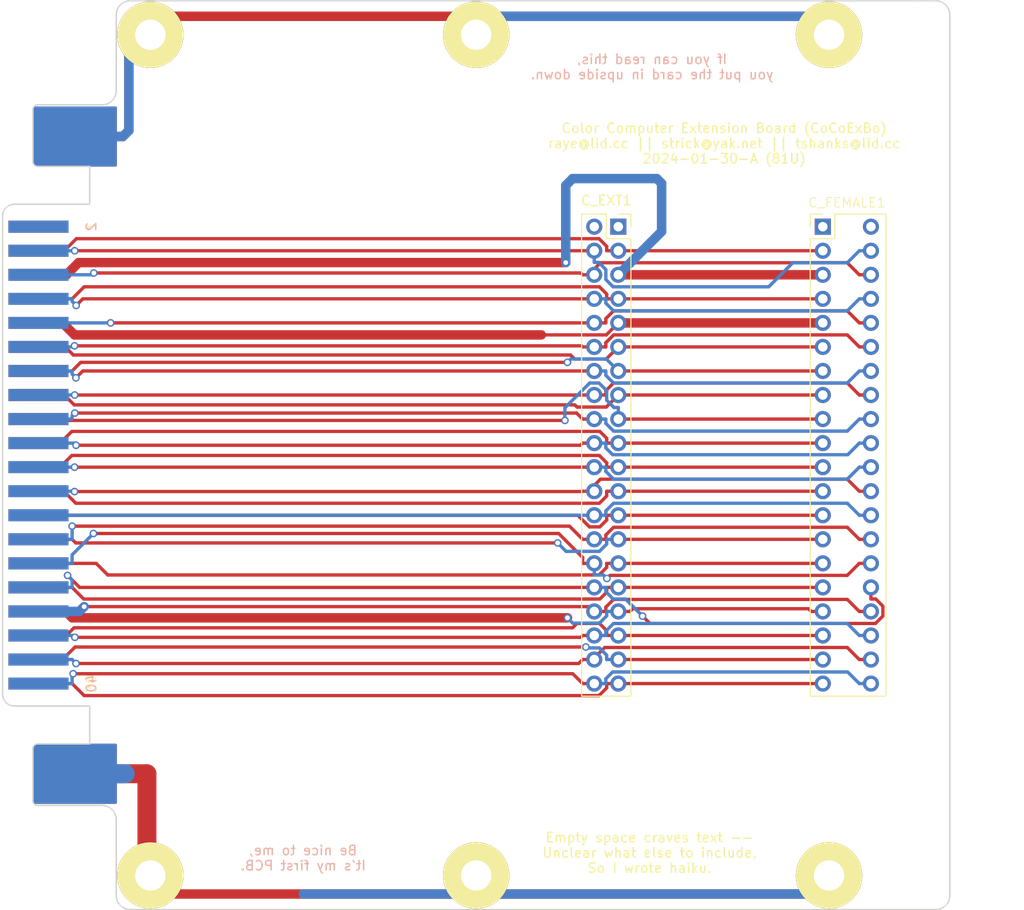
<source format=kicad_pcb>
(kicad_pcb (version 20221018) (generator pcbnew)
  (layers (0 "F.Cu" signal) (31 "B.Cu" signal) (34 "B.Paste" user) (35 "F.Paste" user) (36 "B.SilkS" user "B.Silkscreen") (37 "F.SilkS" user "F.Silkscreen") (38 "B.Mask" user) (39 "F.Mask" user) (44 "Edge.Cuts" user))
  (net 0 "")
  (net 3 "/a3")
  (net 4 "/a5")
  (net 5 "/a7")
  (net 6 "/a9")
  (net 7 "/a11")
  (net 8 "/a13")
  (net 9 "/a15")
  (net 10 "/a17")
  (net 11 "/a19")
  (net 12 "/a21")
  (net 13 "/a23")
  (net 14 "/a25")
  (net 15 "/a27")
  (net 16 "/a29")
  (net 17 "/a31")
  (net 18 "/a33")
  (net 19 "/a35")
  (net 20 "/a37")
  (net 21 "/a39")
  (net 22 "/a4")
  (net 23 "/a6")
  (net 24 "/a8")
  (net 25 "/a10")
  (net 26 "/a12")
  (net 27 "/a14")
  (net 28 "/a16")
  (net 29 "/a18")
  (net 30 "/a20")
  (net 31 "/a22")
  (net 32 "/a24")
  (net 33 "/a26")
  (net 34 "/a28")
  (net 35 "/a30")
  (net 36 "/a32")
  (net 37 "/a34")
  (net 38 "/a36")
  (net 39 "/a38")
  (net 40 "/a40")
  (net 41 "GND")
  (footprint "Connect:1pin" (layer "F.Cu") (at 140.356 110.948)
    (fp_text reference "GND6" hide)
    (fp_text value "1pin" hide)
  )
  (footprint "Connect:1pin" (layer "F.Cu") (at 140.356 22.148)
    (fp_text reference "GND3" hide)
    (fp_text value "1pin" hide)
  )
  (footprint "Connector_PinSocket_2.54mm:PinSocket_2x20_P2.54mm_Vertical" (layer "F.Cu") (at 118.11 42.418)
    (fp_text reference "C_EXT1")
    (fp_text value "Conn_02x20_Odd_Even")
  )
  (footprint "Connect:1pin" (layer "F.Cu") (at 68.706 22.148)
    (fp_text reference "GND1" hide)
    (fp_text value "1pin" hide)
  )
  (footprint "00_Custom:CocoCardEdge" (layer "F.Cu") (at 53.086 66.548)
    (fp_text reference "CMALE1" hide)
    (fp_text value "Conn_02x20_Odd_Even" hide)
  )
  (footprint "Connect:1pin" (layer "F.Cu") (at 68.706 110.948)
    (fp_text reference "GND4" hide)
    (fp_text value "1pin" hide)
  )
  (footprint "Connect:1pin" (layer "F.Cu") (at 103.106 110.948)
    (fp_text reference "GND5" hide)
    (fp_text value "1pin" hide)
  )
  (footprint "Connect:1pin" (layer "F.Cu") (at 103.106 22.148)
    (fp_text reference "GND2" hide)
    (fp_text value "1pin" hide)
  )
  (footprint "00_Custom:Coco_Card_Female" (layer "F.Cu") (at 139.7 62.738)
    (fp_text reference "C_FEMALE1")
    (fp_text value "Conn_02x20_Odd_Even")
  )
  (gr_line (start 55.106 93.048) (end 62.306 93.048) (stroke (width 0.15)) (layer "Edge.Cuts"))
  (gr_arc (start 56.806 36.048) (mid 56.452447 35.901553) (end 56.306 35.548) (stroke (width 0.15)) (layer "Edge.Cuts"))
  (gr_arc (start 53.106 41.298) (mid 53.472117 40.414117) (end 54.356 40.048) (stroke (width 0.15)) (layer "Edge.Cuts"))
  (gr_line (start 62.306 40.048) (end 62.306 36.048) (stroke (width 0.15)) (layer "Edge.Cuts"))
  (gr_line (start 54.356 93.048) (end 55.106 93.048) (stroke (width 0.15)) (layer "Edge.Cuts"))
  (gr_line (start 56.806 36.048) (end 62.306 36.048) (stroke (width 0.15)) (layer "Edge.Cuts"))
  (gr_line (start 153.106 113.048) (end 153.106 20.048) (stroke (width 0.15)) (layer "Edge.Cuts"))
  (gr_line (start 53.106 91.798) (end 53.106 91.548) (stroke (width 0.15)) (layer "Edge.Cuts"))
  (gr_arc (start 54.356 93.048) (mid 53.472117 92.681883) (end 53.106 91.798) (stroke (width 0.15)) (layer "Edge.Cuts"))
  (gr_arc (start 65.106 28.048) (mid 64.66666 29.10866) (end 63.606 29.548) (stroke (width 0.15)) (layer "Edge.Cuts"))
  (gr_arc (start 56.806 103.548) (mid 56.452447 103.401553) (end 56.306 103.048) (stroke (width 0.15)) (layer "Edge.Cuts"))
  (gr_line (start 56.806 97.048) (end 62.306 97.048) (stroke (width 0.15)) (layer "Edge.Cuts"))
  (gr_line (start 54.356 40.048) (end 55.106 40.048) (stroke (width 0.15)) (layer "Edge.Cuts"))
  (gr_arc (start 153.106 113.048) (mid 152.66666 114.10866) (end 151.606 114.548) (stroke (width 0.15)) (layer "Edge.Cuts"))
  (gr_line (start 56.806 103.548) (end 63.606 103.548) (stroke (width 0.15)) (layer "Edge.Cuts"))
  (gr_line (start 56.806 29.548) (end 63.606 29.548) (stroke (width 0.15)) (layer "Edge.Cuts"))
  (gr_line (start 149.606 114.548) (end 151.606 114.548) (stroke (width 0.15)) (layer "Edge.Cuts"))
  (gr_line (start 53.106 41.548) (end 53.106 91.548) (stroke (width 0.15)) (layer "Edge.Cuts"))
  (gr_line (start 65.106 105.048) (end 65.106 113.048) (stroke (width 0.15)) (layer "Edge.Cuts"))
  (gr_arc (start 66.606 114.548) (mid 65.54534 114.10866) (end 65.106 113.048) (stroke (width 0.15)) (layer "Edge.Cuts"))
  (gr_line (start 65.106 20.048) (end 65.106 28.048) (stroke (width 0.15)) (layer "Edge.Cuts"))
  (gr_line (start 62.306 93.048) (end 62.306 97.048) (stroke (width 0.15)) (layer "Edge.Cuts"))
  (gr_line (start 55.106 40.048) (end 62.306 40.048) (stroke (width 0.15)) (layer "Edge.Cuts"))
  (gr_arc (start 63.606 103.548) (mid 64.66666 103.98734) (end 65.106 105.048) (stroke (width 0.15)) (layer "Edge.Cuts"))
  (gr_arc (start 65.106 20.048) (mid 65.54534 18.98734) (end 66.606 18.548) (stroke (width 0.15)) (layer "Edge.Cuts"))
  (gr_line (start 66.606 114.548) (end 149.606 114.548) (stroke (width 0.15)) (layer "Edge.Cuts"))
  (gr_arc (start 151.606 18.548) (mid 152.66666 18.98734) (end 153.106 20.048) (stroke (width 0.15)) (layer "Edge.Cuts"))
  (gr_line (start 56.306 30.048) (end 56.306 35.548) (stroke (width 0.15)) (layer "Edge.Cuts"))
  (gr_arc (start 56.306 97.548) (mid 56.452447 97.194447) (end 56.806 97.048) (stroke (width 0.15)) (layer "Edge.Cuts"))
  (gr_line (start 151.606 18.548) (end 149.606 18.548) (stroke (width 0.15)) (layer "Edge.Cuts"))
  (gr_line (start 149.606 18.548) (end 66.606 18.548) (stroke (width 0.15)) (layer "Edge.Cuts"))
  (gr_line (start 56.306 97.548) (end 56.306 103.048) (stroke (width 0.15)) (layer "Edge.Cuts"))
  (gr_line (start 53.106 41.298) (end 53.106 41.548) (stroke (width 0.15)) (layer "Edge.Cuts"))
  (gr_arc (start 56.306 30.048) (mid 56.452447 29.694447) (end 56.806 29.548) (stroke (width 0.15)) (layer "Edge.Cuts"))
  (gr_text "If you can read this,\nyou put the card in upside down." (at 121.666 26.924) (layer "B.SilkS") (effects (font (size 1 1)) (justify bottom mirror)))
  (gr_text "Be nice to me,\nIt's my first PCB." (at 84.836 110.49) (layer "B.SilkS") (effects (font (size 1 1)) (justify bottom mirror)))
  (gr_text "Empty space craves text --\nUnclear what else to include,\nSo I wrote haiku." (at 121.412 110.744) (layer "F.SilkS") (effects (font (size 1 1)) (justify bottom)))
  (gr_text "Color Computer Extension Board (CoCoExBo)\nraye@lid.cc || strick@yak.net || tshanks@lid.cc\n2024-01-30-A (81U)" (at 129.286 35.814) (layer "F.SilkS") (effects (font (size 1 1)) (justify bottom)))
  (segment (start 116.8831 44.4979) (end 116.0732 43.688) (width 0.35) (layer "F.Cu") (net 3))
  (segment (start 116.8831 44.958) (end 116.8831 44.4979) (width 0.35) (layer "F.Cu") (net 3))
  (segment (start 139.7 44.958) (end 118.11 44.958) (width 0.35) (layer "F.Cu") (net 3))
  (segment (start 116.0732 43.688) (end 60.895984 43.688) (width 0.35) (layer "F.Cu") (net 3))
  (segment (start 118.11 44.958) (end 116.8831 44.958) (width 0.35) (layer "F.Cu") (net 3))
  (segment (start 59.625984 44.958) (end 56.896 44.958) (width 0.35) (layer "F.Cu") (net 3))
  (segment (start 60.895984 43.688) (end 59.625984 44.958) (width 0.35) (layer "F.Cu") (net 3))
  (segment (start 61.1403 46.208) (end 59.8503 47.498) (width 1) (layer "F.Cu") (net 4))
  (segment (start 118.11 47.498) (end 139.7 47.498) (width 1) (layer "F.Cu") (net 4))
  (segment (start 112.5612 46.208) (end 61.1403 46.208) (width 1) (layer "F.Cu") (net 4))
  (segment (start 59.8503 47.498) (end 56.896 47.498) (width 1) (layer "F.Cu") (net 4))
  (via (at 112.5612 46.208) (size 0.8) (drill 0.5) (layers "F.Cu" "B.Cu") (net 4))
  (segment (start 112.5612 46.208) (end 112.5612 38.0608) (width 1) (layer "B.Cu") (net 4))
  (segment (start 122.174 37.338) (end 122.682 37.846) (width 1) (layer "B.Cu") (net 4))
  (segment (start 112.5612 38.0608) (end 113.284 37.338) (width 1) (layer "B.Cu") (net 4))
  (segment (start 113.284 37.338) (end 122.174 37.338) (width 1) (layer "B.Cu") (net 4))
  (segment (start 122.682 37.846) (end 122.682 42.926) (width 1) (layer "B.Cu") (net 4))
  (segment (start 122.682 42.926) (end 118.11 47.498) (width 1) (layer "B.Cu") (net 4))
  (segment (start 116.1215 48.768) (end 116.8831 49.5296) (width 0.35) (layer "F.Cu") (net 5))
  (segment (start 116.8831 49.5296) (end 116.8831 50.038) (width 0.35) (layer "F.Cu") (net 5))
  (segment (start 61.7179 48.768) (end 116.1215 48.768) (width 0.35) (layer "F.Cu") (net 5))
  (segment (start 118.11 50.038) (end 116.8831 50.038) (width 0.35) (layer "F.Cu") (net 5))
  (segment (start 56.896 50.038) (end 60.4479 50.038) (width 0.35) (layer "F.Cu") (net 5))
  (segment (start 139.7 50.038) (end 118.11 50.038) (width 0.35) (layer "F.Cu") (net 5))
  (segment (start 60.4479 50.038) (end 61.7179 48.768) (width 0.35) (layer "F.Cu") (net 5))
  (segment (start 59.436 52.578) (end 56.896 52.578) (width 0.35) (layer "F.Cu") (net 6))
  (segment (start 110.072 53.848) (end 116.84 53.848) (width 0.35) (layer "F.Cu") (net 6))
  (segment (start 109.982 53.848) (end 60.706 53.848) (width 1) (layer "F.Cu") (net 6))
  (segment (start 118.11 52.578) (end 139.7 52.578) (width 1) (layer "F.Cu") (net 6))
  (segment (start 60.706 53.848) (end 59.436 52.578) (width 1) (layer "F.Cu") (net 6))
  (segment (start 110.027 53.803) (end 110.072 53.848) (width 0.35) (layer "F.Cu") (net 6))
  (segment (start 116.84 53.848) (end 118.11 52.578) (width 0.35) (layer "F.Cu") (net 6))
  (segment (start 113.4827 56.388) (end 113.0633 55.9686) (width 0.35) (layer "F.Cu") (net 7))
  (segment (start 118.11 55.118) (end 116.84 56.388) (width 0.35) (layer "F.Cu") (net 7))
  (segment (start 116.84 56.388) (end 113.4827 56.388) (width 0.35) (layer "F.Cu") (net 7))
  (segment (start 60.572984 55.9686) (end 59.722384 55.118) (width 0.35) (layer "F.Cu") (net 7))
  (segment (start 118.11 55.118) (end 139.7 55.118) (width 0.35) (layer "F.Cu") (net 7))
  (segment (start 59.722384 55.118) (end 56.896 55.118) (width 0.35) (layer "F.Cu") (net 7))
  (segment (start 113.0633 55.9686) (end 60.572984 55.9686) (width 0.35) (layer "F.Cu") (net 7))
  (segment (start 112.7415 56.7455) (end 61.3604 56.7455) (width 0.35) (layer "F.Cu") (net 8))
  (segment (start 139.7 57.658) (end 118.11 57.658) (width 0.35) (layer "F.Cu") (net 8))
  (segment (start 61.3604 56.7455) (end 60.4479 57.658) (width 0.35) (layer "F.Cu") (net 8))
  (segment (start 56.896 57.658) (end 60.4479 57.658) (width 0.35) (layer "F.Cu") (net 8))
  (via (at 112.7415 56.7455) (size 0.8) (drill 0.5) (layers "F.Cu" "B.Cu") (net 8))
  (segment (start 118.11 57.658) (end 116.84 56.388) (width 0.35) (layer "B.Cu") (net 8))
  (segment (start 113.099 56.388) (end 112.7415 56.7455) (width 0.35) (layer "B.Cu") (net 8))
  (segment (start 116.84 56.388) (end 113.099 56.388) (width 0.35) (layer "B.Cu") (net 8))
  (segment (start 118.11 60.198) (end 116.84 61.468) (width 0.35) (layer "F.Cu") (net 9))
  (segment (start 59.69 60.262016) (end 59.69 60.198) (width 0.35) (layer "F.Cu") (net 9))
  (segment (start 60.667584 61.2396) (end 59.69 60.262016) (width 0.35) (layer "F.Cu") (net 9))
  (segment (start 116.84 61.468) (end 113.7531 61.468) (width 0.35) (layer "F.Cu") (net 9))
  (segment (start 113.7531 61.468) (end 113.5247 61.2396) (width 0.35) (layer "F.Cu") (net 9))
  (segment (start 118.11 60.198) (end 139.7 60.198) (width 0.35) (layer "F.Cu") (net 9))
  (segment (start 113.5247 61.2396) (end 60.667584 61.2396) (width 0.35) (layer "F.Cu") (net 9))
  (segment (start 57.0379 62.8799) (end 112.4723 62.8799) (width 0.35) (layer "F.Cu") (net 10))
  (segment (start 139.7 62.738) (end 118.11 62.738) (width 0.35) (layer "F.Cu") (net 10))
  (segment (start 56.896 62.738) (end 57.0379 62.8799) (width 0.35) (layer "F.Cu") (net 10))
  (via (at 112.4723 62.8799) (size 0.8) (drill 0.5) (layers "F.Cu" "B.Cu") (net 10))
  (segment (start 116.8831 59.7393) (end 116.0718 58.928) (width 0.35) (layer "B.Cu") (net 10))
  (segment (start 116.0718 58.928) (end 115.0908 58.928) (width 0.35) (layer "B.Cu") (net 10))
  (segment (start 117.6498 61.5111) (end 116.8831 60.7444) (width 0.35) (layer "B.Cu") (net 10))
  (segment (start 116.8831 60.7444) (end 116.8831 59.7393) (width 0.35) (layer "B.Cu") (net 10))
  (segment (start 112.4723 61.5465) (end 112.4723 62.8799) (width 0.35) (layer "B.Cu") (net 10))
  (segment (start 118.11 62.738) (end 118.11 61.5111) (width 0.35) (layer "B.Cu") (net 10))
  (segment (start 115.0908 58.928) (end 112.4723 61.5465) (width 0.35) (layer "B.Cu") (net 10))
  (segment (start 118.11 61.5111) (end 117.6498 61.5111) (width 0.35) (layer "B.Cu") (net 10))
  (segment (start 56.896 65.278) (end 59.182 65.278) (width 0.35) (layer "F.Cu") (net 11))
  (segment (start 60.4221 64.0379) (end 116.1514 64.0379) (width 0.35) (layer "F.Cu") (net 11))
  (segment (start 116.1514 64.0379) (end 116.8831 64.7696) (width 0.35) (layer "F.Cu") (net 11))
  (segment (start 59.182 65.278) (end 60.4221 64.0379) (width 0.35) (layer "F.Cu") (net 11))
  (segment (start 116.8831 65.278) (end 118.11 65.278) (width 0.35) (layer "F.Cu") (net 11))
  (segment (start 139.7 65.278) (end 118.11 65.278) (width 0.35) (layer "F.Cu") (net 11))
  (segment (start 116.8831 64.7696) (end 116.8831 65.278) (width 0.35) (layer "F.Cu") (net 11))
  (segment (start 118.11 67.818) (end 116.8831 67.818) (width 0.35) (layer "F.Cu") (net 12))
  (segment (start 116.8831 67.818) (end 116.8831 67.3579) (width 0.35) (layer "F.Cu") (net 12))
  (segment (start 116.8831 67.3579) (end 116.1022 66.577) (width 0.35) (layer "F.Cu") (net 12))
  (segment (start 139.7 67.818) (end 118.11 67.818) (width 0.35) (layer "F.Cu") (net 12))
  (segment (start 60.423 66.577) (end 59.182 67.818) (width 0.35) (layer "F.Cu") (net 12))
  (segment (start 59.182 67.818) (end 56.896 67.818) (width 0.35) (layer "F.Cu") (net 12))
  (segment (start 116.1022 66.577) (end 60.423 66.577) (width 0.35) (layer "F.Cu") (net 12))
  (segment (start 116.8831 70.358) (end 118.11 70.358) (width 0.35) (layer "F.Cu") (net 13))
  (segment (start 59.69 70.358) (end 59.69 70.479216) (width 0.35) (layer "F.Cu") (net 13))
  (segment (start 60.838784 71.628) (end 116.1215 71.628) (width 0.35) (layer "F.Cu") (net 13))
  (segment (start 116.8831 70.8664) (end 116.8831 70.358) (width 0.35) (layer "F.Cu") (net 13))
  (segment (start 139.7 70.358) (end 118.11 70.358) (width 0.35) (layer "F.Cu") (net 13))
  (segment (start 59.69 70.479216) (end 60.838784 71.628) (width 0.35) (layer "F.Cu") (net 13))
  (segment (start 116.1215 71.628) (end 116.8831 70.8664) (width 0.35) (layer "F.Cu") (net 13))
  (segment (start 139.7 72.898) (end 118.11 72.898) (width 0.35) (layer "F.Cu") (net 14))
  (segment (start 113.8349 72.898) (end 115.0618 74.1249) (width 0.35) (layer "F.Cu") (net 14))
  (segment (start 116.1646 74.1249) (end 116.8831 73.4064) (width 0.35) (layer "F.Cu") (net 14))
  (segment (start 115.0618 74.1249) (end 116.1646 74.1249) (width 0.35) (layer "F.Cu") (net 14))
  (segment (start 56.896 72.898) (end 113.8349 72.898) (width 0.35) (layer "F.Cu") (net 14))
  (segment (start 116.8831 73.4064) (end 116.8831 72.898) (width 0.35) (layer "F.Cu") (net 14))
  (segment (start 118.11 72.898) (end 116.8831 72.898) (width 0.35) (layer "F.Cu") (net 14))
  (segment (start 60.8328 75.8229) (end 111.7105 75.8229) (width 0.35) (layer "F.Cu") (net 15))
  (segment (start 60.4479 75.438) (end 60.8328 75.8229) (width 0.35) (layer "F.Cu") (net 15))
  (segment (start 118.11 75.438) (end 139.7 75.438) (width 0.35) (layer "F.Cu") (net 15))
  (segment (start 56.896 75.438) (end 60.4479 75.438) (width 0.35) (layer "F.Cu") (net 15))
  (via (at 111.7105 75.8229) (size 0.8) (drill 0.5) (layers "F.Cu" "B.Cu") (net 15))
  (segment (start 116.8831 75.9464) (end 116.8831 75.438) (width 0.35) (layer "B.Cu") (net 15))
  (segment (start 116.1215 76.708) (end 116.8831 75.9464) (width 0.35) (layer "B.Cu") (net 15))
  (segment (start 118.11 75.438) (end 116.8831 75.438) (width 0.35) (layer "B.Cu") (net 15))
  (segment (start 112.5956 76.708) (end 116.1215 76.708) (width 0.35) (layer "B.Cu") (net 15))
  (segment (start 111.7105 75.8229) (end 112.5956 76.708) (width 0.35) (layer "B.Cu") (net 15))
  (segment (start 118.11 77.978) (end 116.8831 77.978) (width 0.35) (layer "F.Cu") (net 16))
  (segment (start 116.8831 78.4) (end 116.8831 77.978) (width 0.35) (layer "F.Cu") (net 16))
  (segment (start 56.896 77.978) (end 62.9879 77.978) (width 0.35) (layer "F.Cu") (net 16))
  (segment (start 139.7 77.978) (end 118.11 77.978) (width 0.35) (layer "F.Cu") (net 16))
  (segment (start 64.2148 79.2049) (end 116.0782 79.2049) (width 0.35) (layer "F.Cu") (net 16))
  (segment (start 62.9879 77.978) (end 64.2148 79.2049) (width 0.35) (layer "F.Cu") (net 16))
  (segment (start 116.0782 79.2049) (end 116.8831 78.4) (width 0.35) (layer "F.Cu") (net 16))
  (segment (start 139.7 80.518) (end 118.11 80.518) (width 0.35) (layer "F.Cu") (net 17))
  (segment (start 118.11 80.518) (end 116.8831 80.518) (width 0.35) (layer "F.Cu") (net 17))
  (segment (start 56.896 80.518) (end 60.4479 80.518) (width 0.35) (layer "F.Cu") (net 17))
  (segment (start 61.6748 81.7449) (end 116.1646 81.7449) (width 0.35) (layer "F.Cu") (net 17))
  (segment (start 60.4479 80.518) (end 61.6748 81.7449) (width 0.35) (layer "F.Cu") (net 17))
  (segment (start 116.8831 81.0264) (end 116.8831 80.518) (width 0.35) (layer "F.Cu") (net 17))
  (segment (start 116.1646 81.7449) (end 116.8831 81.0264) (width 0.35) (layer "F.Cu") (net 17))
  (segment (start 138.1867 82.7716) (end 119.6233 82.7716) (width 0.35) (layer "F.Cu") (net 18))
  (segment (start 60.463784 83.7328) (end 112.7415 83.7328) (width 1) (layer "F.Cu") (net 18))
  (segment (start 118.11 83.058) (end 119.3369 83.058) (width 0.35) (layer "F.Cu") (net 18))
  (segment (start 138.4731 83.058) (end 138.1867 82.7716) (width 0.35) (layer "F.Cu") (net 18))
  (segment (start 119.6233 82.7716) (end 119.3369 83.058) (width 0.35) (layer "F.Cu") (net 18))
  (segment (start 59.9423 83.211316) (end 60.463784 83.7328) (width 1) (layer "F.Cu") (net 18))
  (segment (start 59.9423 83.058) (end 59.9423 83.211316) (width 0.35) (layer "F.Cu") (net 18))
  (segment (start 139.7 83.058) (end 138.4731 83.058) (width 0.35) (layer "F.Cu") (net 18))
  (segment (start 56.896 83.058) (end 59.9423 83.058) (width 1) (layer "F.Cu") (net 18))
  (via (at 112.7415 83.7328) (size 0.8) (drill 0.5) (layers "F.Cu" "B.Cu") (net 18))
  (segment (start 113.3 84.2913) (end 112.7415 83.7328) (width 0.35) (layer "B.Cu") (net 18))
  (segment (start 116.8831 83.5319) (end 116.1237 84.2913) (width 0.35) (layer "B.Cu") (net 18))
  (segment (start 118.11 83.058) (end 116.8831 83.058) (width 0.35) (layer "B.Cu") (net 18))
  (segment (start 116.8831 83.058) (end 116.8831 83.5319) (width 0.35) (layer "B.Cu") (net 18))
  (segment (start 116.1237 84.2913) (end 113.3 84.2913) (width 0.35) (layer "B.Cu") (net 18))
  (segment (start 113.281 84.7853) (end 113.7384 84.3279) (width 0.35) (layer "F.Cu") (net 19))
  (segment (start 116.8831 85.0896) (end 116.8831 85.598) (width 0.35) (layer "F.Cu") (net 19))
  (segment (start 139.7 85.598) (end 118.11 85.598) (width 0.35) (layer "F.Cu") (net 19))
  (segment (start 60.650684 84.7853) (end 113.281 84.7853) (width 0.35) (layer "F.Cu") (net 19))
  (segment (start 59.9658 85.470184) (end 60.650684 84.7853) (width 0.35) (layer "F.Cu") (net 19))
  (segment (start 113.7384 84.3279) (end 116.1214 84.3279) (width 0.35) (layer "F.Cu") (net 19))
  (segment (start 116.1214 84.3279) (end 116.8831 85.0896) (width 0.35) (layer "F.Cu") (net 19))
  (segment (start 116.8831 85.598) (end 118.11 85.598) (width 0.35) (layer "F.Cu") (net 19))
  (segment (start 59.9658 85.598) (end 59.9658 85.470184) (width 0.35) (layer "F.Cu") (net 19))
  (segment (start 56.896 85.598) (end 59.9658 85.598) (width 0.35) (layer "F.Cu") (net 19))
  (segment (start 118.11 88.138) (end 139.7 88.138) (width 0.35) (layer "F.Cu") (net 20))
  (segment (start 56.896 88.138) (end 59.436 88.138) (width 0.35) (layer "F.Cu") (net 20))
  (segment (start 60.759 86.815) (end 114.6815 86.815) (width 0.35) (layer "F.Cu") (net 20))
  (segment (start 59.436 88.138) (end 60.759 86.815) (width 0.35) (layer "F.Cu") (net 20))
  (via (at 114.6815 86.815) (size 0.8) (drill 0.5) (layers "F.Cu" "B.Cu") (net 20))
  (segment (start 118.11 88.138) (end 116.8831 88.138) (width 0.35) (layer "B.Cu") (net 20))
  (segment (start 116.8831 88.138) (end 116.8831 87.6778) (width 0.35) (layer "B.Cu") (net 20))
  (segment (start 114.7776 86.9111) (end 114.6815 86.815) (width 0.35) (layer "B.Cu") (net 20))
  (segment (start 116.8831 87.6778) (end 116.1164 86.9111) (width 0.35) (layer "B.Cu") (net 20))
  (segment (start 116.1164 86.9111) (end 114.7776 86.9111) (width 0.35) (layer "B.Cu") (net 20))
  (segment (start 118.11 90.678) (end 116.8831 90.678) (width 0.35) (layer "F.Cu") (net 21))
  (segment (start 61.7169 91.947) (end 60.4479 90.678) (width 0.35) (layer "F.Cu") (net 21))
  (segment (start 56.896 90.678) (end 60.4479 90.678) (width 0.35) (layer "F.Cu") (net 21))
  (segment (start 116.0742 91.947) (end 61.7169 91.947) (width 0.35) (layer "F.Cu") (net 21))
  (segment (start 139.7 90.678) (end 118.11 90.678) (width 0.35) (layer "F.Cu") (net 21))
  (segment (start 116.8831 90.678) (end 116.8831 91.1381) (width 0.35) (layer "F.Cu") (net 21))
  (segment (start 116.8831 91.1381) (end 116.0742 91.947) (width 0.35) (layer "F.Cu") (net 21))
  (segment (start 115.57 44.958) (end 60.722 44.958) (width 0.35) (layer "F.Cu") (net 22))
  (via (at 60.722 44.958) (size 0.8) (drill 0.5) (layers "F.Cu" "B.Cu") (net 22))
  (segment (start 56.896 44.958) (end 60.722 44.958) (width 0.35) (layer "B.Cu") (net 22))
  (segment (start 136.5298 46.228) (end 142.2831 46.228) (width 0.35) (layer "B.Cu") (net 22))
  (segment (start 115.57 44.958) (end 115.57 46.1849) (width 0.35) (layer "B.Cu") (net 22))
  (segment (start 116.7969 48.007) (end 117.5579 48.768) (width 0.35) (layer "B.Cu") (net 22))
  (segment (start 133.9898 48.768) (end 136.5298 46.228) (width 0.35) (layer "B.Cu") (net 22))
  (segment (start 116.0302 46.1849) (end 116.7969 46.9516) (width 0.35) (layer "B.Cu") (net 22))
  (segment (start 115.57 46.1849) (end 116.0302 46.1849) (width 0.35) (layer "B.Cu") (net 22))
  (segment (start 142.2831 46.228) (end 143.5531 44.958) (width 0.35) (layer "B.Cu") (net 22))
  (segment (start 117.5579 48.768) (end 133.9898 48.768) (width 0.35) (layer "B.Cu") (net 22))
  (segment (start 144.78 44.958) (end 143.5531 44.958) (width 0.35) (layer "B.Cu") (net 22))
  (segment (start 116.7969 46.9516) (end 116.7969 48.007) (width 0.35) (layer "B.Cu") (net 22))
  (segment (start 114.9566 47.498) (end 116.2266 46.228) (width 0.35) (layer "F.Cu") (net 23))
  (segment (start 144.78 47.498) (end 143.5531 47.498) (width 0.35) (layer "F.Cu") (net 23))
  (segment (start 114.3431 47.498) (end 114.9566 47.498) (width 0.35) (layer "F.Cu") (net 23))
  (segment (start 142.2831 46.228) (end 143.5531 47.498) (width 0.35) (layer "F.Cu") (net 23))
  (segment (start 62.738 47.308) (end 114.1531 47.308) (width 0.35) (layer "F.Cu") (net 23))
  (segment (start 116.2266 46.228) (end 142.2831 46.228) (width 0.35) (layer "F.Cu") (net 23))
  (segment (start 115.57 47.498) (end 114.9566 47.498) (width 0.35) (layer "F.Cu") (net 23))
  (segment (start 114.1531 47.308) (end 114.3431 47.498) (width 0.35) (layer "F.Cu") (net 23))
  (via (at 62.738 47.308) (size 0.8) (drill 0.5) (layers "F.Cu" "B.Cu") (net 23))
  (segment (start 62.738 47.308) (end 62.548 47.498) (width 0.35) (layer "B.Cu") (net 23))
  (segment (start 62.548 47.498) (end 56.896 47.498) (width 0.35) (layer "B.Cu") (net 23))
  (segment (start 114.3431 50.038) (end 61.5778 50.038) (width 0.35) (layer "F.Cu") (net 24))
  (segment (start 61.5778 50.038) (end 60.8786 50.7372) (width 0.35) (layer "F.Cu") (net 24))
  (segment (start 115.57 50.038) (end 114.3431 50.038) (width 0.35) (layer "F.Cu") (net 24))
  (via (at 60.8786 50.7372) (size 0.8) (drill 0.5) (layers "F.Cu" "B.Cu") (net 24))
  (segment (start 60.4479 50.3065) (end 60.8786 50.7372) (width 0.35) (layer "B.Cu") (net 24))
  (segment (start 142.2831 51.308) (end 143.5531 50.038) (width 0.35) (layer "B.Cu") (net 24))
  (segment (start 60.4479 50.038) (end 60.4479 50.3065) (width 0.35) (layer "B.Cu") (net 24))
  (segment (start 56.896 50.038) (end 60.4479 50.038) (width 0.35) (layer "B.Cu") (net 24))
  (segment (start 115.57 50.038) (end 116.7969 50.038) (width 0.35) (layer "B.Cu") (net 24))
  (segment (start 144.78 50.038) (end 143.5531 50.038) (width 0.35) (layer "B.Cu") (net 24))
  (segment (start 117.6068 51.308) (end 142.2831 51.308) (width 0.35) (layer "B.Cu") (net 24))
  (segment (start 116.7969 50.4981) (end 117.6068 51.308) (width 0.35) (layer "B.Cu") (net 24))
  (segment (start 116.7969 50.038) (end 116.7969 50.4981) (width 0.35) (layer "B.Cu") (net 24))
  (segment (start 116.7969 52.1179) (end 117.6068 51.308) (width 0.35) (layer "F.Cu") (net 25))
  (segment (start 116.7969 52.578) (end 116.7969 52.1179) (width 0.35) (layer "F.Cu") (net 25))
  (segment (start 115.57 52.578) (end 116.7969 52.578) (width 0.35) (layer "F.Cu") (net 25))
  (segment (start 142.2831 51.308) (end 143.5531 52.578) (width 0.35) (layer "F.Cu") (net 25))
  (segment (start 144.78 52.578) (end 143.5531 52.578) (width 0.35) (layer "F.Cu") (net 25))
  (segment (start 115.57 52.578) (end 64.516 52.578) (width 0.35) (layer "F.Cu") (net 25))
  (segment (start 117.6068 51.308) (end 142.2831 51.308) (width 0.35) (layer "F.Cu") (net 25))
  (via (at 64.516 52.578) (size 0.8) (drill 0.5) (layers "F.Cu" "B.Cu") (net 25))
  (segment (start 56.896 52.578) (end 64.516 52.578) (width 0.35) (layer "B.Cu") (net 25))
  (segment (start 114.3431 55.118) (end 114.2275 55.0024) (width 0.35) (layer "F.Cu") (net 26))
  (segment (start 114.2275 55.0024) (end 60.7028 55.0024) (width 0.35) (layer "F.Cu") (net 26))
  (segment (start 114.9566 55.118) (end 115.57 55.118) (width 0.35) (layer "F.Cu") (net 26))
  (segment (start 116.7969 54.6695) (end 117.6184 53.848) (width 0.35) (layer "F.Cu") (net 26))
  (segment (start 117.6184 53.848) (end 142.2831 53.848) (width 0.35) (layer "F.Cu") (net 26))
  (segment (start 114.9566 55.118) (end 114.3431 55.118) (width 0.35) (layer "F.Cu") (net 26))
  (segment (start 116.7969 55.118) (end 116.7969 54.6695) (width 0.35) (layer "F.Cu") (net 26))
  (segment (start 144.78 55.118) (end 143.5531 55.118) (width 0.35) (layer "F.Cu") (net 26))
  (segment (start 142.2831 53.848) (end 143.5531 55.118) (width 0.35) (layer "F.Cu") (net 26))
  (segment (start 115.57 55.118) (end 116.7969 55.118) (width 0.35) (layer "F.Cu") (net 26))
  (via (at 60.7028 55.0024) (size 0.8) (drill 0.5) (layers "F.Cu" "B.Cu") (net 26))
  (segment (start 60.5872 55.118) (end 60.7028 55.0024) (width 0.35) (layer "B.Cu") (net 26))
  (segment (start 56.896 55.118) (end 60.5872 55.118) (width 0.35) (layer "B.Cu") (net 26))
  (segment (start 115.57 57.658) (end 114.3431 57.658) (width 0.35) (layer "F.Cu") (net 27))
  (segment (start 61.5778 57.658) (end 114.3431 57.658) (width 0.35) (layer "F.Cu") (net 27))
  (segment (start 60.8517 58.3841) (end 61.5778 57.658) (width 0.35) (layer "F.Cu") (net 27))
  (via (at 60.8517 58.3841) (size 0.8) (drill 0.5) (layers "F.Cu" "B.Cu") (net 27))
  (segment (start 56.896 57.658) (end 60.4479 57.658) (width 0.35) (layer "B.Cu") (net 27))
  (segment (start 116.7969 57.658) (end 116.7969 58.1181) (width 0.35) (layer "B.Cu") (net 27))
  (segment (start 60.4479 57.658) (end 60.4479 57.9803) (width 0.35) (layer "B.Cu") (net 27))
  (segment (start 116.7969 58.1181) (end 117.6068 58.928) (width 0.35) (layer "B.Cu") (net 27))
  (segment (start 144.78 57.658) (end 143.5531 57.658) (width 0.35) (layer "B.Cu") (net 27))
  (segment (start 142.2831 58.928) (end 143.5531 57.658) (width 0.35) (layer "B.Cu") (net 27))
  (segment (start 115.57 57.658) (end 116.7969 57.658) (width 0.35) (layer "B.Cu") (net 27))
  (segment (start 117.6068 58.928) (end 142.2831 58.928) (width 0.35) (layer "B.Cu") (net 27))
  (segment (start 60.4479 57.9803) (end 60.8517 58.3841) (width 0.35) (layer "B.Cu") (net 27))
  (segment (start 116.7969 59.7379) (end 117.6068 58.928) (width 0.35) (layer "F.Cu") (net 28))
  (segment (start 144.78 60.198) (end 143.5531 60.198) (width 0.35) (layer "F.Cu") (net 28))
  (segment (start 117.6068 58.928) (end 142.2831 58.928) (width 0.35) (layer "F.Cu") (net 28))
  (segment (start 115.57 60.198) (end 60.722 60.198) (width 0.35) (layer "F.Cu") (net 28))
  (segment (start 142.2831 58.928) (end 143.5531 60.198) (width 0.35) (layer "F.Cu") (net 28))
  (segment (start 116.7969 60.198) (end 116.7969 59.7379) (width 0.35) (layer "F.Cu") (net 28))
  (segment (start 115.57 60.198) (end 116.7969 60.198) (width 0.35) (layer "F.Cu") (net 28))
  (via (at 60.722 60.198) (size 0.8) (drill 0.5) (layers "F.Cu" "B.Cu") (net 28))
  (segment (start 56.896 60.198) (end 60.722 60.198) (width 0.35) (layer "B.Cu") (net 28))
  (segment (start 115.57 62.738) (end 114.3431 62.738) (width 0.35) (layer "F.Cu") (net 29))
  (segment (start 113.7081 62.103) (end 60.7358 62.103) (width 0.35) (layer "F.Cu") (net 29))
  (segment (start 114.3431 62.738) (end 113.7081 62.103) (width 0.35) (layer "F.Cu") (net 29))
  (via (at 60.7358 62.103) (size 0.8) (drill 0.5) (layers "F.Cu" "B.Cu") (net 29))
  (segment (start 115.57 62.738) (end 116.7969 62.738) (width 0.35) (layer "B.Cu") (net 29))
  (segment (start 116.7969 62.738) (end 116.7969 63.1981) (width 0.35) (layer "B.Cu") (net 29))
  (segment (start 56.896 62.738) (end 60.4479 62.738) (width 0.35) (layer "B.Cu") (net 29))
  (segment (start 142.2831 64.008) (end 143.5531 62.738) (width 0.35) (layer "B.Cu") (net 29))
  (segment (start 60.4479 62.3909) (end 60.7358 62.103) (width 0.35) (layer "B.Cu") (net 29))
  (segment (start 116.7969 63.1981) (end 117.6068 64.008) (width 0.35) (layer "B.Cu") (net 29))
  (segment (start 60.4479 62.738) (end 60.4479 62.3909) (width 0.35) (layer "B.Cu") (net 29))
  (segment (start 117.6068 64.008) (end 142.2831 64.008) (width 0.35) (layer "B.Cu") (net 29))
  (segment (start 144.78 62.738) (end 143.5531 62.738) (width 0.35) (layer "B.Cu") (net 29))
  (segment (start 114.1178 65.5033) (end 60.8671 65.5033) (width 0.35) (layer "F.Cu") (net 30))
  (segment (start 115.57 65.278) (end 114.3431 65.278) (width 0.35) (layer "F.Cu") (net 30))
  (segment (start 114.3431 65.278) (end 114.1178 65.5033) (width 0.35) (layer "F.Cu") (net 30))
  (via (at 60.8671 65.5033) (size 0.8) (drill 0.5) (layers "F.Cu" "B.Cu") (net 30))
  (segment (start 56.896 65.278) (end 60.6418 65.278) (width 0.35) (layer "B.Cu") (net 30))
  (segment (start 117.5154 66.5049) (end 116.7969 65.7864) (width 0.35) (layer "B.Cu") (net 30))
  (segment (start 116.7969 65.7864) (end 116.7969 65.278) (width 0.35) (layer "B.Cu") (net 30))
  (segment (start 115.57 65.278) (end 116.7969 65.278) (width 0.35) (layer "B.Cu") (net 30))
  (segment (start 60.6418 65.278) (end 60.8671 65.5033) (width 0.35) (layer "B.Cu") (net 30))
  (segment (start 142.3262 66.5049) (end 117.5154 66.5049) (width 0.35) (layer "B.Cu") (net 30))
  (segment (start 143.5531 65.278) (end 142.3262 66.5049) (width 0.35) (layer "B.Cu") (net 30))
  (segment (start 144.78 65.278) (end 143.5531 65.278) (width 0.35) (layer "B.Cu") (net 30))
  (segment (start 115.57 67.818) (end 60.703 67.818) (width 0.35) (layer "F.Cu") (net 31))
  (via (at 60.703 67.818) (size 0.8) (drill 0.5) (layers "F.Cu" "B.Cu") (net 31))
  (segment (start 117.6068 69.088) (end 142.2831 69.088) (width 0.35) (layer "B.Cu") (net 31))
  (segment (start 116.7969 68.2781) (end 117.6068 69.088) (width 0.35) (layer "B.Cu") (net 31))
  (segment (start 115.57 67.818) (end 116.7969 67.818) (width 0.35) (layer "B.Cu") (net 31))
  (segment (start 144.78 67.818) (end 143.5531 67.818) (width 0.35) (layer "B.Cu") (net 31))
  (segment (start 56.896 67.818) (end 60.703 67.818) (width 0.35) (layer "B.Cu") (net 31))
  (segment (start 142.2831 69.088) (end 143.5531 67.818) (width 0.35) (layer "B.Cu") (net 31))
  (segment (start 116.7969 67.818) (end 116.7969 68.2781) (width 0.35) (layer "B.Cu") (net 31))
  (segment (start 116.2266 69.088) (end 142.2831 69.088) (width 0.35) (layer "F.Cu") (net 32))
  (segment (start 114.3431 70.358) (end 114.3051 70.396) (width 0.35) (layer "F.Cu") (net 32))
  (segment (start 114.3051 70.396) (end 60.7028 70.396) (width 0.35) (layer "F.Cu") (net 32))
  (segment (start 142.2831 69.088) (end 143.5531 70.358) (width 0.35) (layer "F.Cu") (net 32))
  (segment (start 115.57 70.358) (end 114.9566 70.358) (width 0.35) (layer "F.Cu") (net 32))
  (segment (start 114.9566 70.358) (end 116.2266 69.088) (width 0.35) (layer "F.Cu") (net 32))
  (segment (start 114.9566 70.358) (end 114.3431 70.358) (width 0.35) (layer "F.Cu") (net 32))
  (segment (start 144.78 70.358) (end 143.5531 70.358) (width 0.35) (layer "F.Cu") (net 32))
  (via (at 60.7028 70.396) (size 0.8) (drill 0.5) (layers "F.Cu" "B.Cu") (net 32))
  (segment (start 56.896 70.358) (end 60.6648 70.358) (width 0.35) (layer "B.Cu") (net 32))
  (segment (start 60.6648 70.358) (end 60.7028 70.396) (width 0.35) (layer "B.Cu") (net 32))
  (segment (start 115.57 72.898) (end 116.7969 72.898) (width 0.35) (layer "B.Cu") (net 33))
  (segment (start 142.2831 71.628) (end 143.5531 72.898) (width 0.35) (layer "B.Cu") (net 33))
  (segment (start 144.78 72.898) (end 143.5531 72.898) (width 0.35) (layer "B.Cu") (net 33))
  (segment (start 117.6068 71.628) (end 142.2831 71.628) (width 0.35) (layer "B.Cu") (net 33))
  (segment (start 116.7969 72.898) (end 116.7969 72.4379) (width 0.35) (layer "B.Cu") (net 33))
  (segment (start 56.896 72.898) (end 115.57 72.898) (width 0.35) (layer "B.Cu") (net 33))
  (segment (start 116.7969 72.4379) (end 117.6068 71.628) (width 0.35) (layer "B.Cu") (net 33))
  (segment (start 116.1682 75.438) (end 115.57 75.438) (width 0.35) (layer "F.Cu") (net 34))
  (segment (start 117.6068 74.168) (end 142.2831 74.168) (width 0.35) (layer "F.Cu") (net 34))
  (segment (start 116.1682 75.438) (end 116.7969 75.438) (width 0.35) (layer "F.Cu") (net 34))
  (segment (start 112.9535 74.0484) (end 60.4479 74.0484) (width 0.35) (layer "F.Cu") (net 34))
  (segment (start 116.7969 75.438) (end 116.7969 74.9779) (width 0.35) (layer "F.Cu") (net 34))
  (segment (start 142.2831 74.168) (end 143.5531 75.438) (width 0.35) (layer "F.Cu") (net 34))
  (segment (start 116.7969 74.9779) (end 117.6068 74.168) (width 0.35) (layer "F.Cu") (net 34))
  (segment (start 144.78 75.438) (end 143.5531 75.438) (width 0.35) (layer "F.Cu") (net 34))
  (segment (start 115.57 75.438) (end 114.3431 75.438) (width 0.35) (layer "F.Cu") (net 34))
  (segment (start 114.3431 75.438) (end 112.9535 74.0484) (width 0.35) (layer "F.Cu") (net 34))
  (via (at 60.4479 74.0484) (size 0.8) (drill 0.5) (layers "F.Cu" "B.Cu") (net 34))
  (segment (start 60.4479 75.438) (end 60.4479 74.0484) (width 0.35) (layer "B.Cu") (net 34))
  (segment (start 56.896 75.438) (end 60.4479 75.438) (width 0.35) (layer "B.Cu") (net 34))
  (segment (start 114.3431 77.3568) (end 111.8116 74.8253) (width 0.35) (layer "F.Cu") (net 35))
  (segment (start 117.2303 79.248) (end 142.2831 79.248) (width 0.35) (layer "F.Cu") (net 35))
  (segment (start 114.3431 77.978) (end 114.3431 77.3568) (width 0.35) (layer "F.Cu") (net 35))
  (segment (start 144.78 77.978) (end 143.5531 77.978) (width 0.35) (layer "F.Cu") (net 35))
  (segment (start 142.2831 79.248) (end 143.5531 77.978) (width 0.35) (layer "F.Cu") (net 35))
  (segment (start 116.9041 79.5742) (end 117.2303 79.248) (width 0.35) (layer "F.Cu") (net 35))
  (segment (start 111.8116 74.8253) (end 62.7032 74.8253) (width 0.35) (layer "F.Cu") (net 35))
  (segment (start 115.57 77.978) (end 114.3431 77.978) (width 0.35) (layer "F.Cu") (net 35))
  (via (at 62.7032 74.8253) (size 0.8) (drill 0.5) (layers "F.Cu" "B.Cu") (net 35))
  (via (at 116.9041 79.5742) (size 0.8) (drill 0.5) (layers "F.Cu" "B.Cu") (net 35))
  (segment (start 60.4479 77.978) (end 60.4479 77.0806) (width 0.35) (layer "B.Cu") (net 35))
  (segment (start 115.57 79.2049) (end 116.5348 79.2049) (width 0.35) (layer "B.Cu") (net 35))
  (segment (start 116.5348 79.2049) (end 116.9041 79.5742) (width 0.35) (layer "B.Cu") (net 35))
  (segment (start 56.896 77.978) (end 60.4479 77.978) (width 0.35) (layer "B.Cu") (net 35))
  (segment (start 115.57 77.978) (end 115.57 79.2049) (width 0.35) (layer "B.Cu") (net 35))
  (segment (start 60.4479 77.0806) (end 62.7032 74.8253) (width 0.35) (layer "B.Cu") (net 35))
  (segment (start 121.4476 84.328) (end 145.2565 84.328) (width 0.35) (layer "F.Cu") (net 36))
  (segment (start 61.239 80.518) (end 59.969 79.248) (width 0.35) (layer "F.Cu") (net 36))
  (segment (start 146.0422 82.4987) (end 145.2884 81.7449) (width 0.35) (layer "F.Cu") (net 36))
  (segment (start 146.0422 83.5423) (end 146.0422 82.4987) (width 0.35) (layer "F.Cu") (net 36))
  (segment (start 145.2565 84.328) (end 146.0422 83.5423) (width 0.35) (layer "F.Cu") (net 36))
  (segment (start 115.57 80.518) (end 61.239 80.518) (width 0.35) (layer "F.Cu") (net 36))
  (segment (start 120.6681 83.5485) (end 121.4476 84.328) (width 0.35) (layer "F.Cu") (net 36))
  (segment (start 144.78 80.518) (end 144.78 81.7449) (width 0.35) (layer "F.Cu") (net 36))
  (segment (start 145.2884 81.7449) (end 144.78 81.7449) (width 0.35) (layer "F.Cu") (net 36))
  (via (at 59.969 79.248) (size 0.8) (drill 0.5) (layers "F.Cu" "B.Cu") (net 36))
  (via (at 120.6681 83.5485) (size 0.8) (drill 0.5) (layers "F.Cu" "B.Cu") (net 36))
  (segment (start 60.4479 79.7269) (end 60.4479 80.518) (width 0.35) (layer "B.Cu") (net 36))
  (segment (start 118.8645 81.7449) (end 120.6681 83.5485) (width 0.35) (layer "B.Cu") (net 36))
  (segment (start 59.969 79.248) (end 60.4479 79.7269) (width 0.35) (layer "B.Cu") (net 36))
  (segment (start 117.5636 81.7449) (end 118.8645 81.7449) (width 0.35) (layer "B.Cu") (net 36))
  (segment (start 116.7969 80.9782) (end 117.5636 81.7449) (width 0.35) (layer "B.Cu") (net 36))
  (segment (start 56.896 80.518) (end 60.4479 80.518) (width 0.35) (layer "B.Cu") (net 36))
  (segment (start 115.57 80.518) (end 116.7969 80.518) (width 0.35) (layer "B.Cu") (net 36))
  (segment (start 116.7969 80.518) (end 116.7969 80.9782) (width 0.35) (layer "B.Cu") (net 36))
  (segment (start 117.6068 81.788) (end 142.2831 81.788) (width 0.35) (layer "F.Cu") (net 37))
  (segment (start 116.1682 83.058) (end 116.7969 83.058) (width 0.35) (layer "F.Cu") (net 37))
  (segment (start 116.7969 83.058) (end 116.7969 82.5979) (width 0.35) (layer "F.Cu") (net 37))
  (segment (start 144.78 83.058) (end 143.5531 83.058) (width 0.35) (layer "F.Cu") (net 37))
  (segment (start 116.7969 82.5979) (end 117.6068 81.788) (width 0.35) (layer "F.Cu") (net 37))
  (segment (start 142.2831 81.788) (end 143.5531 83.058) (width 0.35) (layer "F.Cu") (net 37))
  (segment (start 115.062 82.55) (end 115.57 83.058) (width 0.35) (layer "F.Cu") (net 37))
  (segment (start 61.722 82.55) (end 115.062 82.55) (width 0.35) (layer "F.Cu") (net 37))
  (segment (start 116.1682 83.058) (end 115.57 83.058) (width 0.35) (layer "F.Cu") (net 37))
  (via (at 61.722 82.55) (size 0.8) (drill 0.5) (layers "F.Cu" "B.Cu") (net 37))
  (segment (start 61.722 82.55) (end 61.214 83.058) (width 1) (layer "B.Cu") (net 37))
  (segment (start 61.214 83.058) (end 56.896 83.058) (width 1) (layer "B.Cu") (net 37))
  (segment (start 114.3431 85.598) (end 114.1499 85.7912) (width 0.35) (layer "F.Cu") (net 38))
  (segment (start 115.57 85.598) (end 114.3431 85.598) (width 0.35) (layer "F.Cu") (net 38))
  (segment (start 114.1499 85.7912) (end 60.7408 85.7912) (width 0.35) (layer "F.Cu") (net 38))
  (via (at 60.7408 85.7912) (size 0.8) (drill 0.5) (layers "F.Cu" "B.Cu") (net 38))
  (segment (start 60.5476 85.598) (end 60.7408 85.7912) (width 0.35) (layer "B.Cu") (net 38))
  (segment (start 144.78 85.598) (end 143.5531 85.598) (width 0.35) (layer "B.Cu") (net 38))
  (segment (start 142.2831 84.328) (end 143.5531 85.598) (width 0.35) (layer "B.Cu") (net 38))
  (segment (start 116.7969 85.1379) (end 117.6068 84.328) (width 0.35) (layer "B.Cu") (net 38))
  (segment (start 117.6068 84.328) (end 142.2831 84.328) (width 0.35) (layer "B.Cu") (net 38))
  (segment (start 115.57 85.598) (end 116.7969 85.598) (width 0.35) (layer "B.Cu") (net 38))
  (segment (start 116.7969 85.598) (end 116.7969 85.1379) (width 0.35) (layer "B.Cu") (net 38))
  (segment (start 56.896 85.598) (end 60.5476 85.598) (width 0.35) (layer "B.Cu") (net 38))
  (segment (start 113.9227 88.5584) (end 114.3431 88.138) (width 0.35) (layer "F.Cu") (net 39))
  (segment (start 60.8631 88.5584) (end 113.9227 88.5584) (width 0.35) (layer "F.Cu") (net 39))
  (segment (start 115.104 88.138) (end 115.402 88.138) (width 0.35) (layer "F.Cu") (net 39))
  (segment (start 142.2831 86.868) (end 143.5531 88.138) (width 0.35) (layer "F.Cu") (net 39))
  (segment (start 115.402 88.138) (end 116.672 86.868) (width 0.35) (layer "F.Cu") (net 39))
  (segment (start 115.57 88.138) (end 115.402 88.138) (width 0.35) (layer "F.Cu") (net 39))
  (segment (start 116.672 86.868) (end 142.2831 86.868) (width 0.35) (layer "F.Cu") (net 39))
  (segment (start 115.104 88.138) (end 114.3431 88.138) (width 0.35) (layer "F.Cu") (net 39))
  (segment (start 144.78 88.138) (end 143.5531 88.138) (width 0.35) (layer "F.Cu") (net 39))
  (via (at 60.8631 88.5584) (size 0.8) (drill 0.5) (layers "F.Cu" "B.Cu") (net 39))
  (segment (start 60.4479 88.138) (end 60.4479 88.1432) (width 0.35) (layer "B.Cu") (net 39))
  (segment (start 56.896 88.138) (end 60.4479 88.138) (width 0.35) (layer "B.Cu") (net 39))
  (segment (start 60.4479 88.1432) (end 60.8631 88.5584) (width 0.35) (layer "B.Cu") (net 39))
  (segment (start 114.3431 90.678) (end 113.3011 89.636) (width 0.35) (layer "F.Cu") (net 40))
  (segment (start 115.57 90.678) (end 114.3431 90.678) (width 0.35) (layer "F.Cu") (net 40))
  (segment (start 113.3011 89.636) (end 60.5568 89.636) (width 0.35) (layer "F.Cu") (net 40))
  (via (at 60.5568 89.636) (size 0.8) (drill 0.5) (layers "F.Cu" "B.Cu") (net 40))
  (segment (start 142.3262 89.4511) (end 117.5154 89.4511) (width 0.35) (layer "B.Cu") (net 40))
  (segment (start 56.896 90.678) (end 60.4479 90.678) (width 0.35) (layer "B.Cu") (net 40))
  (segment (start 116.7969 90.1696) (end 116.7969 90.678) (width 0.35) (layer "B.Cu") (net 40))
  (segment (start 144.78 90.678) (end 143.5531 90.678) (width 0.35) (layer "B.Cu") (net 40))
  (segment (start 115.57 90.678) (end 116.7969 90.678) (width 0.35) (layer "B.Cu") (net 40))
  (segment (start 60.4479 90.678) (end 60.4479 89.7449) (width 0.35) (layer "B.Cu") (net 40))
  (segment (start 117.5154 89.4511) (end 116.7969 90.1696) (width 0.35) (layer "B.Cu") (net 40))
  (segment (start 143.5531 90.678) (end 142.3262 89.4511) (width 0.35) (layer "B.Cu") (net 40))
  (segment (start 60.4479 89.7449) (end 60.5568 89.636) (width 0.35) (layer "B.Cu") (net 40))
  (segment (start 103.106 110.948) (end 105.061 112.903) (width 1) (layer "F.Cu") (net 41))
  (segment (start 65.806 32.893) (end 61.996 32.893) (width 1) (layer "F.Cu") (net 41))
  (segment (start 101.786 20.828) (end 103.056 22.098) (width 1) (layer "F.Cu") (net 41))
  (segment (start 101.886 23.368) (end 103.106 22.148) (width 1) (layer "F.Cu") (net 41))
  (segment (start 68.706 22.148) (end 68.931 22.148) (width 0.5) (layer "F.Cu") (net 41))
  (segment (start 101.151 20.193) (end 101.786 20.828) (width 0.5) (layer "F.Cu") (net 41))
  (segment (start 68.346 110.588) (end 68.706 110.948) (width 2) (layer "F.Cu") (net 41))
  (segment (start 68.931 22.148) (end 70.886 20.193) (width 0.5) (layer "F.Cu") (net 41))
  (segment (start 61.361 100.203) (end 68.346 100.203) (width 2) (layer "F.Cu") (net 41))
  (segment (start 105.061 20.193) (end 138.401 20.193) (width 1) (layer "F.Cu") (net 41))
  (segment (start 66.441 23.468) (end 66.441 32.258) (width 1) (layer "F.Cu") (net 41))
  (segment (start 101.151 112.903) (end 70.661 112.903) (width 1) (layer "F.Cu") (net 41))
  (segment (start 138.401 112.903) (end 140.356 110.948) (width 1) (layer "F.Cu") (net 41))
  (segment (start 66.441 32.258) (end 65.806 32.893) (width 1) (layer "F.Cu") (net 41))
  (segment (start 103.056 22.098) (end 103.106 22.148) (width 1) (layer "F.Cu") (net 41))
  (segment (start 103.106 22.148) (end 105.061 20.193) (width 1) (layer "F.Cu") (net 41))
  (segment (start 103.106 110.948) (end 102.686 110.948) (width 2) (layer "F.Cu") (net 41))
  (segment (start 68.346 100.203) (end 68.346 110.588) (width 2) (layer "F.Cu") (net 41))
  (segment (start 103.271 110.783) (end 103.106 110.948) (width 1) (layer "F.Cu") (net 41))
  (segment (start 70.661 112.903) (end 68.706 110.948) (width 1) (layer "F.Cu") (net 41))
  (segment (start 138.401 20.193) (end 140.356 22.148) (width 1) (layer "F.Cu") (net 41))
  (segment (start 103.056 22.098) (end 103.106 22.148) (width 1) (layer "F.Cu") (net 41))
  (segment (start 68.706 22.148) (end 67.761 22.148) (width 1) (layer "F.Cu") (net 41))
  (segment (start 67.761 22.148) (end 66.441 23.468) (width 1) (layer "F.Cu") (net 41))
  (segment (start 105.061 112.903) (end 138.401 112.903) (width 1) (layer "F.Cu") (net 41))
  (segment (start 102.636 20.193) (end 101.151 20.193) (width 1) (layer "F.Cu") (net 41))
  (segment (start 103.106 110.948) (end 101.151 112.903) (width 1) (layer "F.Cu") (net 41))
  (segment (start 101.151 20.193) (end 70.886 20.193) (width 1) (layer "F.Cu") (net 41))
  (segment (start 105.061 20.193) (end 138.401 20.193) (width 1) (layer "B.Cu") (net 41))
  (segment (start 68.706 22.148) (end 67.761 22.148) (width 1) (layer "B.Cu") (net 41))
  (segment (start 65.806 32.893) (end 61.996 32.893) (width 1) (layer "B.Cu") (net 41))
  (segment (start 67.761 22.148) (end 66.441 23.468) (width 1) (layer "B.Cu") (net 41))
  (segment (start 105.061 112.903) (end 103.106 110.948) (width 1) (layer "B.Cu") (net 41))
  (segment (start 140.356 110.948) (end 138.401 112.903) (width 1) (layer "B.Cu") (net 41))
  (segment (start 66.441 32.258) (end 65.806 32.893) (width 1) (layer "B.Cu") (net 41))
  (segment (start 138.401 20.193) (end 140.356 22.148) (width 1) (layer "B.Cu") (net 41))
  (segment (start 103.106 111.163) (end 101.366 112.903) (width 1) (layer "B.Cu") (net 41))
  (segment (start 103.106 110.948) (end 103.106 111.163) (width 1) (layer "B.Cu") (net 41))
  (segment (start 138.401 112.903) (end 105.061 112.903) (width 1) (layer "B.Cu") (net 41))
  (segment (start 66.06 100.203) (end 61.361 100.203) (width 2) (layer "B.Cu") (net 41))
  (segment (start 66.441 23.468) (end 66.441 32.258) (width 1) (layer "B.Cu") (net 41))
  (segment (start 101.366 112.903) (end 84.856 112.903) (width 1) (layer "B.Cu") (net 41))
  (segment (start 103.106 22.148) (end 105.061 20.193) (width 1) (layer "B.Cu") (net 41))
  (zone (net 41) (net_name "GND") (layer "F.Cu") (connect_pads (clearance 0.5)) (min_thickness 0.254) (fill yes (thermal_gap 0.5) (thermal_bridge_width 0.5))
    (polygon (pts (xy 65.171 36.068) (xy 56.281 36.068) (xy 56.281 29.718) (xy 65.171 29.718)))
  )
  (zone (net 41) (net_name "GND") (layer "F.Cu") (connect_pads (clearance 0.5)) (min_thickness 0.254) (fill yes (thermal_gap 0.5) (thermal_bridge_width 0.5))
    (polygon (pts (xy 65.171 103.378) (xy 56.281 103.378) (xy 56.281 97.028) (xy 65.171 97.028)))
  )
  (zone (net 41) (net_name "GND") (layer "B.Cu") (connect_pads (clearance 0.5)) (min_thickness 0.254) (fill yes (thermal_gap 0.5) (thermal_bridge_width 0.5))
    (polygon (pts (xy 65.171 103.378) (xy 56.281 103.378) (xy 56.281 97.028) (xy 65.171 97.028)))
  )
  (zone (net 41) (net_name "GND") (layer "B.Cu") (connect_pads (clearance 0.5)) (min_thickness 0.254) (fill yes (thermal_gap 0.5) (thermal_bridge_width 0.5))
    (polygon (pts (xy 65.171 36.068) (xy 56.281 36.068) (xy 56.281 29.718) (xy 65.171 29.718)))
  )
)
</source>
